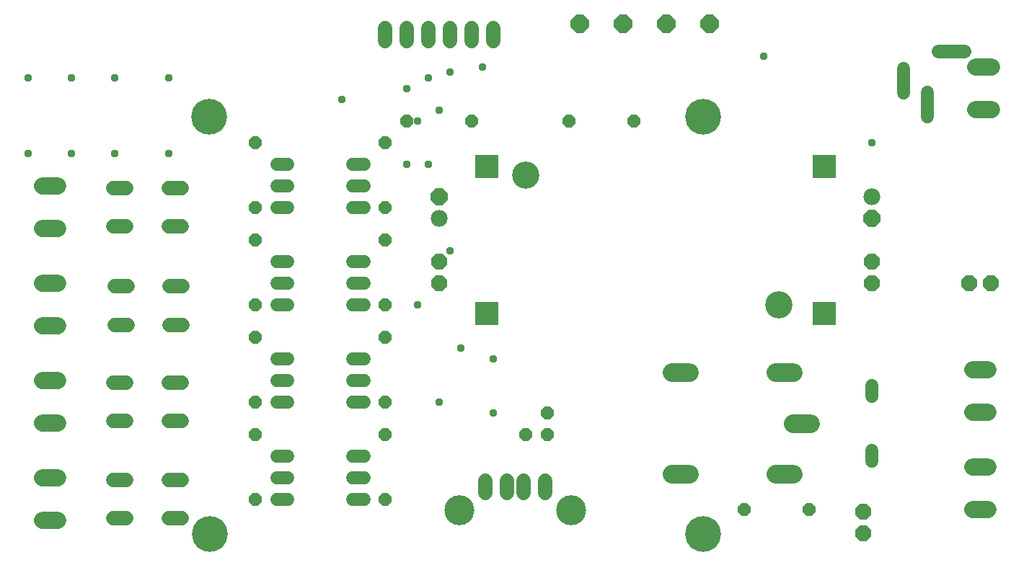
<source format=gbr>
G04 EAGLE Gerber X2 export*
%TF.Part,Single*%
%TF.FileFunction,Soldermask,Top,1*%
%TF.FilePolarity,Negative*%
%TF.GenerationSoftware,Autodesk,EAGLE,8.7.0*%
%TF.CreationDate,2019-01-30T20:35:29Z*%
G75*
%MOMM*%
%FSLAX34Y34*%
%LPD*%
%AMOC8*
5,1,8,0,0,1.08239X$1,22.5*%
G01*
%ADD10C,4.203191*%
%ADD11P,2.309387X8X202.500000*%
%ADD12C,1.993900*%
%ADD13P,2.144431X8X112.500000*%
%ADD14C,1.981200*%
%ADD15P,1.951982X8X292.500000*%
%ADD16P,2.144431X8X292.500000*%
%ADD17P,1.951982X8X112.500000*%
%ADD18C,1.524000*%
%ADD19C,2.184400*%
%ADD20P,2.034460X8X202.500000*%
%ADD21P,1.649562X8X112.500000*%
%ADD22P,1.649562X8X292.500000*%
%ADD23P,1.649562X8X202.500000*%
%ADD24C,1.727200*%
%ADD25P,1.649562X8X22.500000*%
%ADD26R,2.703200X2.703200*%
%ADD27C,3.203200*%
%ADD28C,1.603200*%
%ADD29C,1.511200*%
%ADD30C,1.661200*%
%ADD31C,3.519200*%
%ADD32P,2.034460X8X112.500000*%
%ADD33C,0.959600*%


D10*
X238760Y35560D03*
X237490Y525780D03*
X817880Y525780D03*
X817880Y35560D03*
D11*
X673100Y635000D03*
X774700Y635000D03*
X723900Y635000D03*
D12*
X59754Y444100D02*
X41847Y444100D01*
X41847Y394100D02*
X59754Y394100D01*
X59754Y215500D02*
X41847Y215500D01*
X41847Y165500D02*
X59754Y165500D01*
D13*
X508000Y431800D03*
D14*
X508000Y406400D03*
D15*
X508000Y355600D03*
X508000Y330200D03*
D16*
X1016000Y406400D03*
D14*
X1016000Y431800D03*
D17*
X1016000Y330200D03*
X1016000Y355600D03*
D18*
X1016000Y133604D02*
X1016000Y120396D01*
X1016000Y196596D02*
X1016000Y209804D01*
D11*
X825500Y635000D03*
D19*
X923544Y165100D02*
X943356Y165100D01*
X923036Y224790D02*
X903224Y224790D01*
X903224Y105410D02*
X923036Y105410D01*
X801116Y105410D02*
X781304Y105410D01*
X781304Y224790D02*
X801116Y224790D01*
D12*
X1134047Y63900D02*
X1151954Y63900D01*
X1151954Y113900D02*
X1134047Y113900D01*
D20*
X1155700Y330200D03*
X1130300Y330200D03*
D12*
X1134047Y178200D02*
X1151954Y178200D01*
X1151954Y228200D02*
X1134047Y228200D01*
D18*
X330200Y127000D02*
X316992Y127000D01*
X316992Y101600D02*
X330200Y101600D01*
X406400Y101600D02*
X419608Y101600D01*
X419608Y127000D02*
X406400Y127000D01*
X330200Y76200D02*
X316992Y76200D01*
X406400Y76200D02*
X419608Y76200D01*
X330200Y241300D02*
X316992Y241300D01*
X316992Y215900D02*
X330200Y215900D01*
X406400Y215900D02*
X419608Y215900D01*
X419608Y241300D02*
X406400Y241300D01*
X330200Y190500D02*
X316992Y190500D01*
X406400Y190500D02*
X419608Y190500D01*
X330200Y355600D02*
X316992Y355600D01*
X316992Y330200D02*
X330200Y330200D01*
X406400Y330200D02*
X419608Y330200D01*
X419608Y355600D02*
X406400Y355600D01*
X330200Y304800D02*
X316992Y304800D01*
X406400Y304800D02*
X419608Y304800D01*
X330200Y469900D02*
X316992Y469900D01*
X316992Y444500D02*
X330200Y444500D01*
X406400Y444500D02*
X419608Y444500D01*
X419608Y469900D02*
X406400Y469900D01*
X330200Y419100D02*
X316992Y419100D01*
X406400Y419100D02*
X419608Y419100D01*
D12*
X1137857Y533800D02*
X1155764Y533800D01*
X1155764Y583800D02*
X1137857Y583800D01*
D21*
X292100Y76200D03*
X292100Y152400D03*
X292100Y419100D03*
X292100Y495300D03*
D22*
X444500Y495300D03*
X444500Y419100D03*
D23*
X546100Y520700D03*
X469900Y520700D03*
D22*
X444500Y152400D03*
X444500Y76200D03*
D21*
X292100Y190500D03*
X292100Y266700D03*
D22*
X444500Y266700D03*
X444500Y190500D03*
D21*
X292100Y304800D03*
X292100Y381000D03*
D22*
X444500Y381000D03*
X444500Y304800D03*
D23*
X736600Y520700D03*
X660400Y520700D03*
D12*
X59754Y329800D02*
X41847Y329800D01*
X41847Y279800D02*
X59754Y279800D01*
X59754Y101200D02*
X41847Y101200D01*
X41847Y51200D02*
X59754Y51200D01*
D24*
X444500Y614680D02*
X444500Y629920D01*
X469900Y629920D02*
X469900Y614680D01*
X495300Y614680D02*
X495300Y629920D01*
X520700Y629920D02*
X520700Y614680D01*
X546100Y614680D02*
X546100Y629920D01*
X571500Y629920D02*
X571500Y614680D01*
D25*
X609600Y152400D03*
X635000Y152400D03*
X635000Y177800D03*
D26*
X960120Y294640D03*
X960120Y467360D03*
X563880Y467360D03*
X563880Y294640D03*
D27*
X906780Y304800D03*
X609600Y457200D03*
D28*
X1109710Y602720D02*
X1123710Y602720D01*
D29*
X1052710Y582260D02*
X1052710Y569180D01*
X1080710Y554260D02*
X1080710Y541180D01*
D28*
X1093710Y602720D02*
X1107710Y602720D01*
D29*
X1052710Y566260D02*
X1052710Y553180D01*
X1080710Y538260D02*
X1080710Y525180D01*
D24*
X205232Y53594D02*
X189992Y53594D01*
X189992Y98806D02*
X205232Y98806D01*
X140208Y53594D02*
X124968Y53594D01*
X124968Y98806D02*
X140208Y98806D01*
X189992Y167894D02*
X205232Y167894D01*
X205232Y213106D02*
X189992Y213106D01*
X140208Y167894D02*
X124968Y167894D01*
X124968Y213106D02*
X140208Y213106D01*
X191262Y280924D02*
X206502Y280924D01*
X206502Y326136D02*
X191262Y326136D01*
X141478Y280924D02*
X126238Y280924D01*
X126238Y326136D02*
X141478Y326136D01*
X189992Y396494D02*
X205232Y396494D01*
X205232Y441706D02*
X189992Y441706D01*
X140208Y396494D02*
X124968Y396494D01*
X124968Y441706D02*
X140208Y441706D01*
D30*
X586900Y97890D02*
X586900Y83310D01*
X606900Y83310D02*
X606900Y97890D01*
X561900Y97890D02*
X561900Y83310D01*
X631900Y83310D02*
X631900Y97890D01*
D31*
X531200Y63500D03*
X662600Y63500D03*
D23*
X942238Y63906D03*
X866038Y63906D03*
D32*
X1005434Y36068D03*
X1005434Y61468D03*
D33*
X889000Y596900D03*
X571500Y241300D03*
X571500Y177800D03*
X482600Y520700D03*
X495300Y571500D03*
X520700Y577850D03*
X495300Y469900D03*
X469900Y558800D03*
X508000Y533400D03*
X520700Y368300D03*
X508000Y190500D03*
X1016000Y495300D03*
X533400Y254000D03*
X482600Y304800D03*
X469900Y469900D03*
X558800Y584200D03*
X393700Y546100D03*
X25400Y571500D03*
X25400Y482600D03*
X76200Y571500D03*
X76200Y482600D03*
X127000Y571500D03*
X127000Y482600D03*
X190500Y571500D03*
X190500Y482600D03*
M02*

</source>
